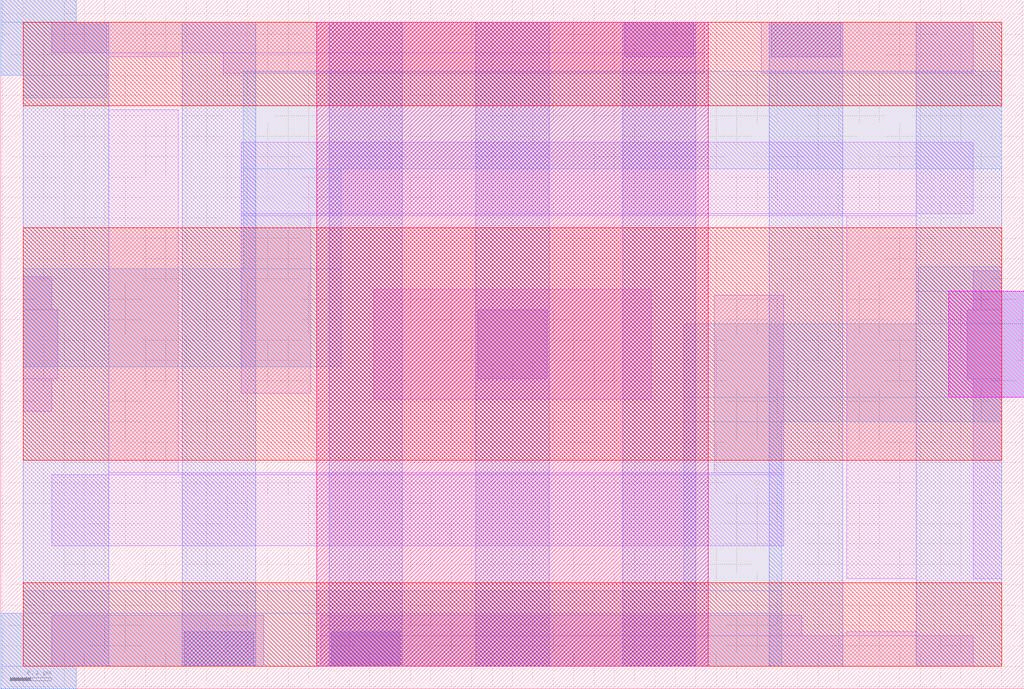
<source format=lef>
# Copyright 2020 The SkyWater PDK Authors
#
# Licensed under the Apache License, Version 2.0 (the "License");
# you may not use this file except in compliance with the License.
# You may obtain a copy of the License at
#
#     https://www.apache.org/licenses/LICENSE-2.0
#
# Unless required by applicable law or agreed to in writing, software
# distributed under the License is distributed on an "AS IS" BASIS,
# WITHOUT WARRANTIES OR CONDITIONS OF ANY KIND, either express or implied.
# See the License for the specific language governing permissions and
# limitations under the License.
#
# SPDX-License-Identifier: Apache-2.0

VERSION 5.7 ;
  NOWIREEXTENSIONATPIN ON ;
  DIVIDERCHAR "/" ;
  BUSBITCHARS "[]" ;
MACRO sky130_fd_bd_sram__sram_dp_cell_opt6
  CLASS BLOCK ;
  FOREIGN sky130_fd_bd_sram__sram_dp_cell_opt6 ;
  ORIGIN  0.055000  0.055000 ;
  SIZE  2.510000 BY  1.690000 ;
  OBS
    LAYER li1 ;
      RECT 0.000000 0.625000 0.070000 0.705000 ;
      RECT 0.000000 0.705000 0.085000 0.875000 ;
      RECT 0.000000 0.875000 0.070000 0.955000 ;
      RECT 0.070000 0.000000 0.590000 0.125000 ;
      RECT 0.070000 0.295000 1.865000 0.470000 ;
      RECT 0.070000 1.505000 1.670000 1.580000 ;
      RECT 0.210000 0.470000 1.865000 0.475000 ;
      RECT 0.210000 0.475000 0.380000 1.365000 ;
      RECT 0.210000 1.495000 0.380000 1.505000 ;
      RECT 0.490000 1.455000 1.670000 1.505000 ;
      RECT 0.535000 0.670000 0.705000 1.105000 ;
      RECT 0.535000 1.105000 2.190000 1.110000 ;
      RECT 0.535000 1.110000 2.330000 1.285000 ;
      RECT 0.730000 0.000000 2.330000 0.075000 ;
      RECT 0.730000 0.075000 1.910000 0.125000 ;
      RECT 0.860000 0.655000 1.540000 0.925000 ;
      RECT 1.695000 0.475000 1.865000 0.910000 ;
      RECT 1.810000 1.455000 2.330000 1.580000 ;
      RECT 2.020000 0.075000 2.190000 0.085000 ;
      RECT 2.020000 0.215000 2.190000 1.105000 ;
      RECT 2.315000 0.705000 2.400000 0.875000 ;
      RECT 2.330000 0.215000 2.400000 0.705000 ;
      RECT 2.330000 0.875000 2.400000 0.970000 ;
    LAYER mcon ;
      RECT 0.395000 0.000000 0.565000 0.085000 ;
      RECT 0.755000 0.000000 0.925000 0.085000 ;
      RECT 1.115000 0.705000 1.285000 0.875000 ;
      RECT 1.475000 1.495000 1.645000 1.580000 ;
      RECT 1.835000 1.495000 2.005000 1.580000 ;
    LAYER met1 ;
      RECT -0.055000 -0.055000 0.130000 0.000000 ;
      RECT -0.055000  0.000000 0.210000 0.130000 ;
      RECT -0.055000  1.450000 0.210000 1.580000 ;
      RECT -0.055000  1.580000 0.130000 1.635000 ;
      RECT  0.000000  0.130000 0.210000 1.450000 ;
      RECT  0.390000  0.000000 0.570000 1.580000 ;
      RECT  0.750000  0.000000 0.930000 1.580000 ;
      RECT  1.110000  0.000000 1.290000 1.580000 ;
      RECT  1.470000  0.000000 1.650000 1.580000 ;
      RECT  1.830000  0.000000 2.010000 1.580000 ;
      RECT  2.190000  0.000000 2.400000 0.660000 ;
      RECT  2.190000  0.660000 2.455000 0.920000 ;
      RECT  2.190000  0.920000 2.400000 1.580000 ;
    LAYER met2 ;
      RECT -0.055000 -0.055000 0.130000 0.000000 ;
      RECT -0.055000  0.000000 1.860000 0.130000 ;
      RECT -0.055000  1.450000 0.205000 1.580000 ;
      RECT -0.055000  1.580000 0.130000 1.635000 ;
      RECT  0.000000  0.130000 1.860000 0.185000 ;
      RECT  0.000000  0.735000 0.780000 0.975000 ;
      RECT  0.000000  1.395000 0.205000 1.450000 ;
      RECT  0.540000  0.975000 0.780000 1.220000 ;
      RECT  0.540000  1.220000 2.400000 1.460000 ;
      RECT  1.620000  0.185000 1.860000 0.600000 ;
      RECT  1.620000  0.600000 2.400000 0.660000 ;
      RECT  1.620000  0.660000 2.455000 0.840000 ;
      RECT  2.195000  0.840000 2.455000 0.920000 ;
      RECT  2.195000  0.920000 2.400000 0.980000 ;
    LAYER met3 ;
      RECT 0.000000 0.000000 2.400000 0.205000 ;
      RECT 0.000000 0.505000 2.400000 1.075000 ;
      RECT 0.000000 1.375000 2.400000 1.580000 ;
    LAYER nwell ;
      RECT 0.720000 0.000000 1.680000 1.580000 ;
    LAYER via ;
      RECT 2.270000 0.660000 2.455000 0.920000 ;
  END
END sky130_fd_bd_sram__sram_dp_cell_opt6
END LIBRARY

</source>
